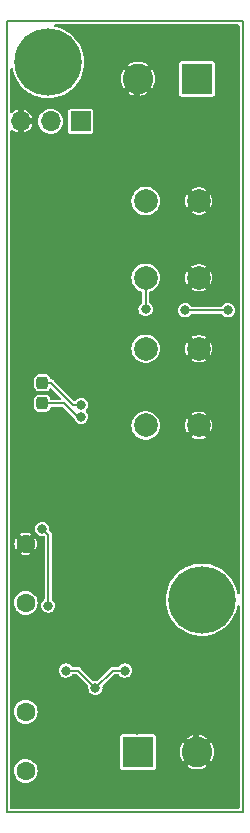
<source format=gbr>
%TF.GenerationSoftware,KiCad,Pcbnew,7.0.10*%
%TF.CreationDate,2024-02-17T17:59:33+01:00*%
%TF.ProjectId,Master_Clock,4d617374-6572-45f4-936c-6f636b2e6b69,1.1*%
%TF.SameCoordinates,Original*%
%TF.FileFunction,Copper,L1,Top*%
%TF.FilePolarity,Positive*%
%FSLAX46Y46*%
G04 Gerber Fmt 4.6, Leading zero omitted, Abs format (unit mm)*
G04 Created by KiCad (PCBNEW 7.0.10) date 2024-02-17 17:59:33*
%MOMM*%
%LPD*%
G01*
G04 APERTURE LIST*
G04 Aperture macros list*
%AMRoundRect*
0 Rectangle with rounded corners*
0 $1 Rounding radius*
0 $2 $3 $4 $5 $6 $7 $8 $9 X,Y pos of 4 corners*
0 Add a 4 corners polygon primitive as box body*
4,1,4,$2,$3,$4,$5,$6,$7,$8,$9,$2,$3,0*
0 Add four circle primitives for the rounded corners*
1,1,$1+$1,$2,$3*
1,1,$1+$1,$4,$5*
1,1,$1+$1,$6,$7*
1,1,$1+$1,$8,$9*
0 Add four rect primitives between the rounded corners*
20,1,$1+$1,$2,$3,$4,$5,0*
20,1,$1+$1,$4,$5,$6,$7,0*
20,1,$1+$1,$6,$7,$8,$9,0*
20,1,$1+$1,$8,$9,$2,$3,0*%
G04 Aperture macros list end*
%TA.AperFunction,ComponentPad*%
%ADD10R,2.600000X2.600000*%
%TD*%
%TA.AperFunction,ComponentPad*%
%ADD11C,2.600000*%
%TD*%
%TA.AperFunction,ComponentPad*%
%ADD12C,5.700000*%
%TD*%
%TA.AperFunction,ComponentPad*%
%ADD13C,2.000000*%
%TD*%
%TA.AperFunction,ComponentPad*%
%ADD14C,1.600000*%
%TD*%
%TA.AperFunction,ComponentPad*%
%ADD15R,1.700000X1.700000*%
%TD*%
%TA.AperFunction,ComponentPad*%
%ADD16O,1.700000X1.700000*%
%TD*%
%TA.AperFunction,SMDPad,CuDef*%
%ADD17RoundRect,0.237500X0.237500X-0.287500X0.237500X0.287500X-0.237500X0.287500X-0.237500X-0.287500X0*%
%TD*%
%TA.AperFunction,ViaPad*%
%ADD18C,0.800000*%
%TD*%
%TA.AperFunction,Conductor*%
%ADD19C,0.200000*%
%TD*%
%TA.AperFunction,Conductor*%
%ADD20C,0.500000*%
%TD*%
%TA.AperFunction,Profile*%
%ADD21C,0.150000*%
%TD*%
G04 APERTURE END LIST*
D10*
%TO.P,J2,1,Pin_1*%
%TO.N,/SlaveClock*%
X155100000Y-119900000D03*
D11*
%TO.P,J2,2,Pin_2*%
%TO.N,GND*%
X160100000Y-119900000D03*
%TD*%
D12*
%TO.P,H1,1*%
%TO.N,N/C*%
X147500000Y-61500000D03*
%TD*%
D13*
%TO.P,SW1,1,1*%
%TO.N,/Key1*%
X155750000Y-79750000D03*
X155750000Y-73250000D03*
%TO.P,SW1,2,2*%
%TO.N,GND*%
X160250000Y-79750000D03*
X160250000Y-73250000D03*
%TD*%
D14*
%TO.P,C5,1*%
%TO.N,Net-(C5-Pad1)*%
X145600000Y-116500000D03*
%TO.P,C5,2*%
%TO.N,/SlaveClock*%
X145600000Y-121500000D03*
%TD*%
D12*
%TO.P,H2,1*%
%TO.N,N/C*%
X160500000Y-107000000D03*
%TD*%
D15*
%TO.P,J3,1,Pin_1*%
%TO.N,+1V8*%
X150250000Y-66500000D03*
D16*
%TO.P,J3,2,Pin_2*%
%TO.N,/~{RESET}{slash}UPDI*%
X147710000Y-66500000D03*
%TO.P,J3,3,Pin_3*%
%TO.N,GND*%
X145170000Y-66500000D03*
%TD*%
D13*
%TO.P,SW2,1,1*%
%TO.N,/Key2*%
X155750000Y-92250000D03*
X155750000Y-85750000D03*
%TO.P,SW2,2,2*%
%TO.N,GND*%
X160250000Y-92250000D03*
X160250000Y-85750000D03*
%TD*%
D10*
%TO.P,J1,1,Pin_1*%
%TO.N,+BATT*%
X160100000Y-62900000D03*
D11*
%TO.P,J1,2,Pin_2*%
%TO.N,GND*%
X155100000Y-62900000D03*
%TD*%
D17*
%TO.P,D2,1,K*%
%TO.N,Net-(D2-K)*%
X147000000Y-90375000D03*
%TO.P,D2,2,A*%
%TO.N,+BATT*%
X147000000Y-88625000D03*
%TD*%
D14*
%TO.P,C4,1*%
%TO.N,+24V*%
X145600000Y-107275000D03*
%TO.P,C4,2*%
%TO.N,GND*%
X145600000Y-102275000D03*
%TD*%
D18*
%TO.N,+BATT*%
X150300000Y-90500000D03*
%TO.N,GND*%
X162500000Y-81000000D03*
X150500000Y-118000000D03*
X149412500Y-100087500D03*
X153537500Y-69500000D03*
X148500000Y-118000000D03*
X145700000Y-74500000D03*
X161000000Y-118000000D03*
X145500000Y-72500000D03*
X160500000Y-99812500D03*
X152500000Y-80800000D03*
X148750000Y-109500000D03*
X153500000Y-100000000D03*
X152500000Y-103309502D03*
X150800000Y-76900000D03*
X155500000Y-100000000D03*
X163200000Y-65500000D03*
X145900000Y-69500000D03*
X152000000Y-100000000D03*
X158000000Y-90000000D03*
X159000000Y-99812500D03*
X149200000Y-94100000D03*
X158000000Y-75500000D03*
X155000000Y-118000000D03*
X151000000Y-83000000D03*
%TO.N,+1V8*%
X154000000Y-113000000D03*
X162700000Y-82500000D03*
X151500000Y-114500000D03*
X149000000Y-113000000D03*
X159100000Y-82500000D03*
%TO.N,/Key1*%
X155750000Y-82400000D03*
%TO.N,Net-(D2-K)*%
X150300000Y-91500000D03*
%TO.N,/MinPulse*%
X147500000Y-107500000D03*
X147000000Y-101000000D03*
%TD*%
D19*
%TO.N,+BATT*%
X147725000Y-88625000D02*
X147000000Y-88625000D01*
X149600000Y-90500000D02*
X147725000Y-88625000D01*
X150300000Y-90500000D02*
X149600000Y-90500000D01*
%TO.N,GND*%
X150800000Y-76900000D02*
X154000000Y-76900000D01*
X158000000Y-90000000D02*
X154000000Y-90000000D01*
D20*
X154000000Y-94100000D02*
X154000000Y-90000000D01*
D19*
X148750000Y-109500000D02*
X153800000Y-109500000D01*
D20*
X154000000Y-94100000D02*
X154000000Y-109300000D01*
X160000000Y-115300000D02*
X160000000Y-120000000D01*
X154000000Y-76900000D02*
X154000000Y-75500000D01*
D19*
X149200000Y-94100000D02*
X154000000Y-94100000D01*
X158000000Y-75500000D02*
X154000000Y-75500000D01*
D20*
X154000000Y-90000000D02*
X154000000Y-76900000D01*
X155000000Y-71000000D02*
X155000000Y-69400000D01*
D19*
X154900000Y-69500000D02*
X155000000Y-69400000D01*
X145700000Y-74500000D02*
X154000000Y-74500000D01*
D20*
X154000000Y-75500000D02*
X154000000Y-74500000D01*
X154000000Y-109300000D02*
X160000000Y-115300000D01*
D19*
X153800000Y-109500000D02*
X154000000Y-109300000D01*
D20*
X160187500Y-99500000D02*
X154000000Y-99500000D01*
X155000000Y-69400000D02*
X155000000Y-63000000D01*
X154000000Y-72000000D02*
X155000000Y-71000000D01*
D19*
X145900000Y-69500000D02*
X154900000Y-69500000D01*
D20*
X154000000Y-74500000D02*
X154000000Y-72000000D01*
X160500000Y-99812500D02*
X160187500Y-99500000D01*
D19*
%TO.N,+1V8*%
X151500000Y-114500000D02*
X150000000Y-113000000D01*
X150000000Y-113000000D02*
X149000000Y-113000000D01*
X162700000Y-82500000D02*
X159100000Y-82500000D01*
X153000000Y-113000000D02*
X154000000Y-113000000D01*
X151500000Y-114500000D02*
X153000000Y-113000000D01*
%TO.N,/Key1*%
X155750000Y-82400000D02*
X155750000Y-79750000D01*
%TO.N,Net-(D2-K)*%
X150000000Y-91500000D02*
X150300000Y-91500000D01*
X148875000Y-90375000D02*
X150000000Y-91500000D01*
X147000000Y-90375000D02*
X148875000Y-90375000D01*
%TO.N,/MinPulse*%
X147500000Y-101500000D02*
X147500000Y-107500000D01*
X147000000Y-101000000D02*
X147500000Y-101500000D01*
%TD*%
%TA.AperFunction,Conductor*%
%TO.N,GND*%
G36*
X163658691Y-58319407D02*
G01*
X163694655Y-58368907D01*
X163699500Y-58399500D01*
X163699500Y-106445944D01*
X163680593Y-106504135D01*
X163631093Y-106540099D01*
X163569907Y-106540099D01*
X163520407Y-106504135D01*
X163502899Y-106462527D01*
X163478706Y-106320141D01*
X163478702Y-106320123D01*
X163469728Y-106288974D01*
X163383853Y-105990896D01*
X163252736Y-105674352D01*
X163252734Y-105674347D01*
X163087004Y-105374483D01*
X163087002Y-105374479D01*
X162888735Y-105095047D01*
X162723249Y-104909868D01*
X162660434Y-104839578D01*
X162660421Y-104839565D01*
X162578415Y-104766280D01*
X162404953Y-104611265D01*
X162125521Y-104412998D01*
X162125516Y-104412995D01*
X161825651Y-104247265D01*
X161825652Y-104247265D01*
X161509102Y-104116146D01*
X161179876Y-104021297D01*
X161179858Y-104021293D01*
X160842096Y-103963905D01*
X160842076Y-103963902D01*
X160500005Y-103944693D01*
X160499995Y-103944693D01*
X160157923Y-103963902D01*
X160157903Y-103963905D01*
X159820141Y-104021293D01*
X159820123Y-104021297D01*
X159490897Y-104116146D01*
X159174347Y-104247265D01*
X158874483Y-104412995D01*
X158874479Y-104412998D01*
X158595047Y-104611265D01*
X158520031Y-104678302D01*
X158339578Y-104839565D01*
X158339565Y-104839578D01*
X158178302Y-105020031D01*
X158111265Y-105095047D01*
X158111263Y-105095050D01*
X157912995Y-105374483D01*
X157747265Y-105674347D01*
X157616146Y-105990897D01*
X157521297Y-106320123D01*
X157521293Y-106320141D01*
X157463905Y-106657903D01*
X157463902Y-106657923D01*
X157444693Y-106999995D01*
X157444693Y-107000004D01*
X157463902Y-107342076D01*
X157463905Y-107342096D01*
X157521293Y-107679858D01*
X157521297Y-107679876D01*
X157616146Y-108009102D01*
X157747265Y-108325652D01*
X157912995Y-108625516D01*
X157912998Y-108625521D01*
X158111265Y-108904953D01*
X158266280Y-109078415D01*
X158339565Y-109160421D01*
X158339578Y-109160434D01*
X158409868Y-109223249D01*
X158595047Y-109388735D01*
X158874479Y-109587002D01*
X158874483Y-109587004D01*
X159174348Y-109752734D01*
X159174347Y-109752734D01*
X159174352Y-109752736D01*
X159490896Y-109883853D01*
X159820130Y-109978704D01*
X159820138Y-109978705D01*
X159820141Y-109978706D01*
X159989022Y-110007400D01*
X160157914Y-110036096D01*
X160157917Y-110036096D01*
X160157923Y-110036097D01*
X160499995Y-110055307D01*
X160500000Y-110055307D01*
X160500005Y-110055307D01*
X160842076Y-110036097D01*
X160842080Y-110036096D01*
X160842086Y-110036096D01*
X161179870Y-109978704D01*
X161509104Y-109883853D01*
X161825648Y-109752736D01*
X162125521Y-109587002D01*
X162404953Y-109388735D01*
X162660428Y-109160428D01*
X162888735Y-108904953D01*
X163087002Y-108625521D01*
X163252736Y-108325648D01*
X163383853Y-108009104D01*
X163478704Y-107679870D01*
X163500081Y-107554055D01*
X163502899Y-107537472D01*
X163531286Y-107483270D01*
X163586111Y-107456106D01*
X163646432Y-107466355D01*
X163689208Y-107510103D01*
X163699500Y-107554055D01*
X163699500Y-124600500D01*
X163680593Y-124658691D01*
X163631093Y-124694655D01*
X163600500Y-124699500D01*
X144399500Y-124699500D01*
X144341309Y-124680593D01*
X144305345Y-124631093D01*
X144300500Y-124600500D01*
X144300500Y-121500003D01*
X144594659Y-121500003D01*
X144613974Y-121696126D01*
X144613975Y-121696129D01*
X144671187Y-121884730D01*
X144671188Y-121884732D01*
X144742218Y-122017618D01*
X144764090Y-122058538D01*
X144764092Y-122058540D01*
X144764093Y-122058542D01*
X144889112Y-122210878D01*
X144889121Y-122210887D01*
X145041457Y-122335906D01*
X145041462Y-122335910D01*
X145215273Y-122428814D01*
X145403868Y-122486024D01*
X145403870Y-122486024D01*
X145403873Y-122486025D01*
X145599997Y-122505341D01*
X145600000Y-122505341D01*
X145600003Y-122505341D01*
X145796126Y-122486025D01*
X145796127Y-122486024D01*
X145796132Y-122486024D01*
X145984727Y-122428814D01*
X146158538Y-122335910D01*
X146310883Y-122210883D01*
X146435910Y-122058538D01*
X146528814Y-121884727D01*
X146586024Y-121696132D01*
X146605341Y-121500000D01*
X146605341Y-121499996D01*
X146586025Y-121303873D01*
X146586024Y-121303870D01*
X146586024Y-121303868D01*
X146560506Y-121219746D01*
X153599500Y-121219746D01*
X153599501Y-121219758D01*
X153611132Y-121278227D01*
X153611134Y-121278233D01*
X153632659Y-121310447D01*
X153655448Y-121344552D01*
X153721769Y-121388867D01*
X153766231Y-121397711D01*
X153780241Y-121400498D01*
X153780246Y-121400498D01*
X153780252Y-121400500D01*
X153780253Y-121400500D01*
X156419747Y-121400500D01*
X156419748Y-121400500D01*
X156478231Y-121388867D01*
X156544552Y-121344552D01*
X156588867Y-121278231D01*
X156600500Y-121219748D01*
X156600500Y-119900000D01*
X158645031Y-119900000D01*
X158664874Y-120139478D01*
X158723865Y-120372428D01*
X158820392Y-120592486D01*
X158912688Y-120733756D01*
X159497452Y-120148992D01*
X159507188Y-120178956D01*
X159595186Y-120317619D01*
X159714903Y-120430040D01*
X159849510Y-120504041D01*
X159265572Y-121087980D01*
X159304202Y-121118047D01*
X159304206Y-121118050D01*
X159515542Y-121232420D01*
X159742829Y-121310447D01*
X159979850Y-121350000D01*
X160220150Y-121350000D01*
X160457170Y-121310447D01*
X160684457Y-121232420D01*
X160895792Y-121118051D01*
X160895796Y-121118048D01*
X160934426Y-121087980D01*
X160347533Y-120501087D01*
X160415629Y-120474126D01*
X160548492Y-120377595D01*
X160653175Y-120251055D01*
X160701632Y-120148078D01*
X161287311Y-120733757D01*
X161379604Y-120592493D01*
X161379607Y-120592488D01*
X161476134Y-120372428D01*
X161535125Y-120139478D01*
X161554968Y-119900000D01*
X161535125Y-119660521D01*
X161476134Y-119427571D01*
X161379607Y-119207511D01*
X161379604Y-119207506D01*
X161287311Y-119066241D01*
X160702546Y-119651005D01*
X160692812Y-119621044D01*
X160604814Y-119482381D01*
X160485097Y-119369960D01*
X160350488Y-119295957D01*
X160934426Y-118712019D01*
X160934426Y-118712018D01*
X160895796Y-118681951D01*
X160895793Y-118681949D01*
X160684457Y-118567579D01*
X160457170Y-118489552D01*
X160220150Y-118450000D01*
X159979850Y-118450000D01*
X159742829Y-118489552D01*
X159515542Y-118567579D01*
X159304205Y-118681949D01*
X159265572Y-118712018D01*
X159852466Y-119298912D01*
X159784371Y-119325874D01*
X159651508Y-119422405D01*
X159546825Y-119548945D01*
X159498367Y-119651921D01*
X158912687Y-119066241D01*
X158820394Y-119207508D01*
X158820392Y-119207511D01*
X158723865Y-119427571D01*
X158664874Y-119660521D01*
X158645031Y-119900000D01*
X156600500Y-119900000D01*
X156600500Y-118580252D01*
X156588867Y-118521769D01*
X156544552Y-118455448D01*
X156536399Y-118450000D01*
X156478233Y-118411134D01*
X156478231Y-118411133D01*
X156478228Y-118411132D01*
X156478227Y-118411132D01*
X156419758Y-118399501D01*
X156419748Y-118399500D01*
X153780252Y-118399500D01*
X153780251Y-118399500D01*
X153780241Y-118399501D01*
X153721772Y-118411132D01*
X153721766Y-118411134D01*
X153655451Y-118455445D01*
X153655445Y-118455451D01*
X153611134Y-118521766D01*
X153611132Y-118521772D01*
X153599501Y-118580241D01*
X153599500Y-118580253D01*
X153599500Y-121219746D01*
X146560506Y-121219746D01*
X146528814Y-121115273D01*
X146435910Y-120941462D01*
X146435906Y-120941457D01*
X146310887Y-120789121D01*
X146310878Y-120789112D01*
X146158542Y-120664093D01*
X146158540Y-120664092D01*
X146158538Y-120664090D01*
X146024590Y-120592493D01*
X145984732Y-120571188D01*
X145984730Y-120571187D01*
X145914886Y-120550000D01*
X145796132Y-120513976D01*
X145796129Y-120513975D01*
X145796126Y-120513974D01*
X145600003Y-120494659D01*
X145599997Y-120494659D01*
X145403873Y-120513974D01*
X145403870Y-120513975D01*
X145215269Y-120571187D01*
X145215267Y-120571188D01*
X145041467Y-120664087D01*
X145041457Y-120664093D01*
X144889121Y-120789112D01*
X144889112Y-120789121D01*
X144764093Y-120941457D01*
X144764087Y-120941467D01*
X144671188Y-121115267D01*
X144671187Y-121115269D01*
X144613975Y-121303870D01*
X144613974Y-121303873D01*
X144594659Y-121499996D01*
X144594659Y-121500003D01*
X144300500Y-121500003D01*
X144300500Y-116500003D01*
X144594659Y-116500003D01*
X144613974Y-116696126D01*
X144613975Y-116696129D01*
X144671187Y-116884730D01*
X144671188Y-116884732D01*
X144742218Y-117017618D01*
X144764090Y-117058538D01*
X144764092Y-117058540D01*
X144764093Y-117058542D01*
X144889112Y-117210878D01*
X144889121Y-117210887D01*
X145041457Y-117335906D01*
X145041462Y-117335910D01*
X145215273Y-117428814D01*
X145403868Y-117486024D01*
X145403870Y-117486024D01*
X145403873Y-117486025D01*
X145599997Y-117505341D01*
X145600000Y-117505341D01*
X145600003Y-117505341D01*
X145796126Y-117486025D01*
X145796127Y-117486024D01*
X145796132Y-117486024D01*
X145984727Y-117428814D01*
X146158538Y-117335910D01*
X146310883Y-117210883D01*
X146435910Y-117058538D01*
X146528814Y-116884727D01*
X146586024Y-116696132D01*
X146605341Y-116500000D01*
X146605341Y-116499996D01*
X146586025Y-116303873D01*
X146586024Y-116303870D01*
X146586024Y-116303868D01*
X146528814Y-116115273D01*
X146435910Y-115941462D01*
X146435906Y-115941457D01*
X146310887Y-115789121D01*
X146310878Y-115789112D01*
X146158542Y-115664093D01*
X146158540Y-115664092D01*
X146158538Y-115664090D01*
X146117618Y-115642218D01*
X145984732Y-115571188D01*
X145984730Y-115571187D01*
X145796129Y-115513975D01*
X145796126Y-115513974D01*
X145600003Y-115494659D01*
X145599997Y-115494659D01*
X145403873Y-115513974D01*
X145403870Y-115513975D01*
X145215269Y-115571187D01*
X145215267Y-115571188D01*
X145041467Y-115664087D01*
X145041457Y-115664093D01*
X144889121Y-115789112D01*
X144889112Y-115789121D01*
X144764093Y-115941457D01*
X144764087Y-115941467D01*
X144671188Y-116115267D01*
X144671187Y-116115269D01*
X144613975Y-116303870D01*
X144613974Y-116303873D01*
X144594659Y-116499996D01*
X144594659Y-116500003D01*
X144300500Y-116500003D01*
X144300500Y-113000000D01*
X148394318Y-113000000D01*
X148414955Y-113156758D01*
X148414957Y-113156766D01*
X148475462Y-113302838D01*
X148475462Y-113302839D01*
X148495917Y-113329496D01*
X148571718Y-113428282D01*
X148697159Y-113524536D01*
X148843238Y-113585044D01*
X148960809Y-113600522D01*
X148999999Y-113605682D01*
X149000000Y-113605682D01*
X149000001Y-113605682D01*
X149031352Y-113601554D01*
X149156762Y-113585044D01*
X149302841Y-113524536D01*
X149428282Y-113428282D01*
X149496612Y-113339233D01*
X149547037Y-113304577D01*
X149575154Y-113300500D01*
X149834521Y-113300500D01*
X149892712Y-113319407D01*
X149904525Y-113329496D01*
X150880819Y-114305790D01*
X150908596Y-114360307D01*
X150908968Y-114388715D01*
X150894318Y-114499998D01*
X150894318Y-114500000D01*
X150914955Y-114656758D01*
X150914957Y-114656766D01*
X150975462Y-114802838D01*
X150975462Y-114802839D01*
X150975464Y-114802841D01*
X151071718Y-114928282D01*
X151197159Y-115024536D01*
X151343238Y-115085044D01*
X151460809Y-115100522D01*
X151499999Y-115105682D01*
X151500000Y-115105682D01*
X151500001Y-115105682D01*
X151531352Y-115101554D01*
X151656762Y-115085044D01*
X151802841Y-115024536D01*
X151928282Y-114928282D01*
X152024536Y-114802841D01*
X152085044Y-114656762D01*
X152105682Y-114500000D01*
X152091031Y-114388714D01*
X152102181Y-114328554D01*
X152119181Y-114305789D01*
X153095476Y-113329496D01*
X153149992Y-113301719D01*
X153165479Y-113300500D01*
X153424846Y-113300500D01*
X153483037Y-113319407D01*
X153503388Y-113339233D01*
X153571718Y-113428282D01*
X153697159Y-113524536D01*
X153843238Y-113585044D01*
X153960809Y-113600522D01*
X153999999Y-113605682D01*
X154000000Y-113605682D01*
X154000001Y-113605682D01*
X154031352Y-113601554D01*
X154156762Y-113585044D01*
X154302841Y-113524536D01*
X154428282Y-113428282D01*
X154524536Y-113302841D01*
X154585044Y-113156762D01*
X154605682Y-113000000D01*
X154585044Y-112843238D01*
X154559929Y-112782606D01*
X154524537Y-112697161D01*
X154524537Y-112697160D01*
X154428286Y-112571723D01*
X154428285Y-112571722D01*
X154428282Y-112571718D01*
X154428277Y-112571714D01*
X154428276Y-112571713D01*
X154302838Y-112475462D01*
X154156766Y-112414957D01*
X154156758Y-112414955D01*
X154000001Y-112394318D01*
X153999999Y-112394318D01*
X153843241Y-112414955D01*
X153843233Y-112414957D01*
X153697161Y-112475462D01*
X153697160Y-112475462D01*
X153571723Y-112571713D01*
X153571713Y-112571723D01*
X153503388Y-112660767D01*
X153452963Y-112695423D01*
X153424846Y-112699500D01*
X153065164Y-112699500D01*
X153051488Y-112697267D01*
X153051317Y-112698494D01*
X153042233Y-112697226D01*
X152995358Y-112699394D01*
X152990786Y-112699500D01*
X152972152Y-112699500D01*
X152972029Y-112699523D01*
X152958419Y-112701101D01*
X152930009Y-112702414D01*
X152921005Y-112706389D01*
X152899226Y-112713132D01*
X152889568Y-112714937D01*
X152889566Y-112714938D01*
X152865386Y-112729909D01*
X152853266Y-112736298D01*
X152827235Y-112747793D01*
X152827234Y-112747793D01*
X152820280Y-112754747D01*
X152802403Y-112768907D01*
X152794046Y-112774081D01*
X152776909Y-112796774D01*
X152767912Y-112807114D01*
X151694208Y-113880819D01*
X151639691Y-113908596D01*
X151611282Y-113908968D01*
X151500001Y-113894318D01*
X151499999Y-113894318D01*
X151388717Y-113908968D01*
X151328556Y-113897818D01*
X151305791Y-113880819D01*
X150258565Y-112833594D01*
X150250479Y-112822344D01*
X150249487Y-112823094D01*
X150243958Y-112815772D01*
X150209272Y-112784151D01*
X150205968Y-112780996D01*
X150192800Y-112767828D01*
X150192796Y-112767825D01*
X150192693Y-112767755D01*
X150181962Y-112759255D01*
X150160933Y-112740084D01*
X150151762Y-112736531D01*
X150131586Y-112725895D01*
X150123484Y-112720345D01*
X150123479Y-112720343D01*
X150095797Y-112713832D01*
X150082703Y-112709777D01*
X150056177Y-112699500D01*
X150056173Y-112699500D01*
X150046348Y-112699500D01*
X150023683Y-112696870D01*
X150014119Y-112694621D01*
X150014118Y-112694621D01*
X149985946Y-112698551D01*
X149972269Y-112699500D01*
X149575154Y-112699500D01*
X149516963Y-112680593D01*
X149496612Y-112660767D01*
X149428286Y-112571723D01*
X149428285Y-112571722D01*
X149428282Y-112571718D01*
X149428277Y-112571714D01*
X149428276Y-112571713D01*
X149302838Y-112475462D01*
X149156766Y-112414957D01*
X149156758Y-112414955D01*
X149000001Y-112394318D01*
X148999999Y-112394318D01*
X148843241Y-112414955D01*
X148843233Y-112414957D01*
X148697161Y-112475462D01*
X148697160Y-112475462D01*
X148571723Y-112571713D01*
X148571713Y-112571723D01*
X148475462Y-112697160D01*
X148475462Y-112697161D01*
X148414957Y-112843233D01*
X148414955Y-112843241D01*
X148394318Y-112999999D01*
X148394318Y-113000000D01*
X144300500Y-113000000D01*
X144300500Y-107275003D01*
X144594659Y-107275003D01*
X144613974Y-107471126D01*
X144613975Y-107471129D01*
X144671187Y-107659730D01*
X144671188Y-107659732D01*
X144742218Y-107792618D01*
X144764090Y-107833538D01*
X144764092Y-107833540D01*
X144764093Y-107833542D01*
X144889112Y-107985878D01*
X144889121Y-107985887D01*
X145009942Y-108085042D01*
X145041462Y-108110910D01*
X145215273Y-108203814D01*
X145403868Y-108261024D01*
X145403870Y-108261024D01*
X145403873Y-108261025D01*
X145599997Y-108280341D01*
X145600000Y-108280341D01*
X145600003Y-108280341D01*
X145796126Y-108261025D01*
X145796127Y-108261024D01*
X145796132Y-108261024D01*
X145984727Y-108203814D01*
X146158538Y-108110910D01*
X146310883Y-107985883D01*
X146435910Y-107833538D01*
X146528814Y-107659727D01*
X146586024Y-107471132D01*
X146586495Y-107466355D01*
X146605341Y-107275003D01*
X146605341Y-107274996D01*
X146586025Y-107078873D01*
X146586024Y-107078870D01*
X146586024Y-107078868D01*
X146528814Y-106890273D01*
X146435910Y-106716462D01*
X146387852Y-106657903D01*
X146310887Y-106564121D01*
X146310878Y-106564112D01*
X146158542Y-106439093D01*
X146158540Y-106439092D01*
X146158538Y-106439090D01*
X146117618Y-106417218D01*
X145984732Y-106346188D01*
X145984730Y-106346187D01*
X145796129Y-106288975D01*
X145796126Y-106288974D01*
X145600003Y-106269659D01*
X145599997Y-106269659D01*
X145403873Y-106288974D01*
X145403870Y-106288975D01*
X145215269Y-106346187D01*
X145215267Y-106346188D01*
X145041467Y-106439087D01*
X145041457Y-106439093D01*
X144889121Y-106564112D01*
X144889112Y-106564121D01*
X144764093Y-106716457D01*
X144764087Y-106716467D01*
X144671188Y-106890267D01*
X144671187Y-106890269D01*
X144613975Y-107078870D01*
X144613974Y-107078873D01*
X144594659Y-107274996D01*
X144594659Y-107275003D01*
X144300500Y-107275003D01*
X144300500Y-102275003D01*
X144645403Y-102275003D01*
X144663743Y-102461227D01*
X144663744Y-102461233D01*
X144718067Y-102640308D01*
X144774868Y-102746575D01*
X145202045Y-102319397D01*
X145214835Y-102400148D01*
X145272359Y-102513045D01*
X145361955Y-102602641D01*
X145474852Y-102660165D01*
X145555599Y-102672953D01*
X145128423Y-103100130D01*
X145234690Y-103156932D01*
X145413766Y-103211255D01*
X145413772Y-103211256D01*
X145599997Y-103229597D01*
X145600003Y-103229597D01*
X145786227Y-103211256D01*
X145786233Y-103211255D01*
X145965309Y-103156932D01*
X146071575Y-103100130D01*
X145644399Y-102672954D01*
X145725148Y-102660165D01*
X145838045Y-102602641D01*
X145927641Y-102513045D01*
X145985165Y-102400148D01*
X145997954Y-102319399D01*
X146425130Y-102746575D01*
X146481932Y-102640309D01*
X146536255Y-102461233D01*
X146536256Y-102461227D01*
X146554597Y-102275003D01*
X146554597Y-102274996D01*
X146536256Y-102088772D01*
X146536255Y-102088766D01*
X146481932Y-101909690D01*
X146425130Y-101803423D01*
X145997953Y-102230599D01*
X145985165Y-102149852D01*
X145927641Y-102036955D01*
X145838045Y-101947359D01*
X145725148Y-101889835D01*
X145644397Y-101877045D01*
X146071575Y-101449868D01*
X145965308Y-101393067D01*
X145786233Y-101338744D01*
X145786227Y-101338743D01*
X145600003Y-101320403D01*
X145599997Y-101320403D01*
X145413772Y-101338743D01*
X145413766Y-101338744D01*
X145234691Y-101393067D01*
X145234686Y-101393069D01*
X145128423Y-101449868D01*
X145555600Y-101877045D01*
X145474852Y-101889835D01*
X145361955Y-101947359D01*
X145272359Y-102036955D01*
X145214835Y-102149852D01*
X145202045Y-102230600D01*
X144774868Y-101803423D01*
X144718069Y-101909686D01*
X144718067Y-101909691D01*
X144663744Y-102088766D01*
X144663743Y-102088772D01*
X144645403Y-102274996D01*
X144645403Y-102275003D01*
X144300500Y-102275003D01*
X144300500Y-101000000D01*
X146394318Y-101000000D01*
X146414955Y-101156758D01*
X146414957Y-101156766D01*
X146475462Y-101302838D01*
X146475462Y-101302839D01*
X146566148Y-101421023D01*
X146571718Y-101428282D01*
X146571722Y-101428285D01*
X146571723Y-101428286D01*
X146601082Y-101450813D01*
X146697159Y-101524536D01*
X146697160Y-101524536D01*
X146697161Y-101524537D01*
X146840896Y-101584074D01*
X146843238Y-101585044D01*
X146960809Y-101600522D01*
X146999999Y-101605682D01*
X147000000Y-101605682D01*
X147087578Y-101594152D01*
X147147739Y-101605302D01*
X147189856Y-101649684D01*
X147199500Y-101692305D01*
X147199500Y-106924846D01*
X147180593Y-106983037D01*
X147160767Y-107003388D01*
X147071723Y-107071713D01*
X147071713Y-107071723D01*
X146975462Y-107197160D01*
X146975462Y-107197161D01*
X146914957Y-107343233D01*
X146914955Y-107343241D01*
X146894318Y-107499999D01*
X146894318Y-107500000D01*
X146914955Y-107656758D01*
X146914957Y-107656766D01*
X146975462Y-107802838D01*
X146975462Y-107802839D01*
X147071713Y-107928276D01*
X147071718Y-107928282D01*
X147197159Y-108024536D01*
X147343238Y-108085044D01*
X147460809Y-108100522D01*
X147499999Y-108105682D01*
X147500000Y-108105682D01*
X147500001Y-108105682D01*
X147531352Y-108101554D01*
X147656762Y-108085044D01*
X147802841Y-108024536D01*
X147928282Y-107928282D01*
X148024536Y-107802841D01*
X148085044Y-107656762D01*
X148105682Y-107500000D01*
X148103479Y-107483270D01*
X148085044Y-107343241D01*
X148085044Y-107343238D01*
X148024537Y-107197161D01*
X148024537Y-107197160D01*
X147928286Y-107071723D01*
X147928285Y-107071722D01*
X147928282Y-107071718D01*
X147928277Y-107071714D01*
X147928276Y-107071713D01*
X147839233Y-107003388D01*
X147804577Y-106952963D01*
X147800500Y-106924846D01*
X147800500Y-101565169D01*
X147802731Y-101551496D01*
X147801505Y-101551325D01*
X147802773Y-101542233D01*
X147800606Y-101495358D01*
X147800500Y-101490786D01*
X147800500Y-101472160D01*
X147800500Y-101472156D01*
X147800478Y-101472042D01*
X147798898Y-101458430D01*
X147797585Y-101430009D01*
X147793613Y-101421014D01*
X147786865Y-101399220D01*
X147785061Y-101389567D01*
X147770087Y-101365383D01*
X147763692Y-101353250D01*
X147752207Y-101327236D01*
X147745257Y-101320286D01*
X147731088Y-101302396D01*
X147725920Y-101294049D01*
X147725919Y-101294048D01*
X147703221Y-101276907D01*
X147692879Y-101267908D01*
X147619180Y-101194209D01*
X147591403Y-101139692D01*
X147591031Y-101111283D01*
X147605682Y-101000000D01*
X147605682Y-100999999D01*
X147585044Y-100843241D01*
X147585044Y-100843238D01*
X147524537Y-100697161D01*
X147524537Y-100697160D01*
X147428286Y-100571723D01*
X147428285Y-100571722D01*
X147428282Y-100571718D01*
X147428277Y-100571714D01*
X147428276Y-100571713D01*
X147302838Y-100475462D01*
X147156766Y-100414957D01*
X147156758Y-100414955D01*
X147000001Y-100394318D01*
X146999999Y-100394318D01*
X146843241Y-100414955D01*
X146843233Y-100414957D01*
X146697161Y-100475462D01*
X146697160Y-100475462D01*
X146571723Y-100571713D01*
X146571713Y-100571723D01*
X146475462Y-100697160D01*
X146475462Y-100697161D01*
X146414957Y-100843233D01*
X146414955Y-100843241D01*
X146394318Y-100999999D01*
X146394318Y-101000000D01*
X144300500Y-101000000D01*
X144300500Y-92250000D01*
X154544357Y-92250000D01*
X154564885Y-92471536D01*
X154574524Y-92505415D01*
X154625772Y-92685530D01*
X154717432Y-92869608D01*
X154724942Y-92884689D01*
X154859019Y-93062236D01*
X155023438Y-93212124D01*
X155212599Y-93329247D01*
X155420060Y-93409618D01*
X155638757Y-93450500D01*
X155861243Y-93450500D01*
X156079940Y-93409618D01*
X156287401Y-93329247D01*
X156476562Y-93212124D01*
X156640981Y-93062236D01*
X156775058Y-92884689D01*
X156874229Y-92685528D01*
X156935115Y-92471536D01*
X156955643Y-92250000D01*
X159095073Y-92250000D01*
X159114738Y-92462216D01*
X159173064Y-92667210D01*
X159268057Y-92857984D01*
X159268058Y-92857987D01*
X159276835Y-92869608D01*
X159724070Y-92422373D01*
X159726884Y-92435915D01*
X159796442Y-92570156D01*
X159899638Y-92680652D01*
X160028819Y-92759209D01*
X160080002Y-92773549D01*
X159632992Y-93220560D01*
X159735199Y-93283844D01*
X159735204Y-93283847D01*
X159933941Y-93360838D01*
X160143437Y-93400000D01*
X160356563Y-93400000D01*
X160566058Y-93360838D01*
X160764797Y-93283846D01*
X160764803Y-93283843D01*
X160867006Y-93220560D01*
X160421567Y-92775121D01*
X160538458Y-92724349D01*
X160655739Y-92628934D01*
X160742928Y-92505415D01*
X160773355Y-92419801D01*
X161223163Y-92869609D01*
X161231936Y-92857994D01*
X161231940Y-92857988D01*
X161326935Y-92667210D01*
X161385261Y-92462216D01*
X161404926Y-92250000D01*
X161385261Y-92037783D01*
X161326935Y-91832789D01*
X161231941Y-91642012D01*
X161231938Y-91642007D01*
X161223163Y-91630389D01*
X160775929Y-92077622D01*
X160773116Y-92064085D01*
X160703558Y-91929844D01*
X160600362Y-91819348D01*
X160471181Y-91740791D01*
X160419994Y-91726449D01*
X160867006Y-91279438D01*
X160764800Y-91216155D01*
X160764795Y-91216152D01*
X160566058Y-91139161D01*
X160356563Y-91100000D01*
X160143437Y-91100000D01*
X159933941Y-91139161D01*
X159735204Y-91216152D01*
X159735202Y-91216153D01*
X159632992Y-91279438D01*
X160078432Y-91724878D01*
X159961542Y-91775651D01*
X159844261Y-91871066D01*
X159757072Y-91994585D01*
X159726644Y-92080198D01*
X159276835Y-91630389D01*
X159268067Y-91642000D01*
X159268057Y-91642016D01*
X159173064Y-91832789D01*
X159114738Y-92037783D01*
X159095073Y-92250000D01*
X156955643Y-92250000D01*
X156935115Y-92028464D01*
X156874229Y-91814472D01*
X156775058Y-91615311D01*
X156640981Y-91437764D01*
X156476562Y-91287876D01*
X156287401Y-91170753D01*
X156079940Y-91090382D01*
X156079939Y-91090381D01*
X156079937Y-91090381D01*
X155861243Y-91049500D01*
X155638757Y-91049500D01*
X155420062Y-91090381D01*
X155395233Y-91100000D01*
X155212599Y-91170753D01*
X155037066Y-91279438D01*
X155023438Y-91287876D01*
X154859020Y-91437763D01*
X154724943Y-91615309D01*
X154724938Y-91615318D01*
X154625772Y-91814469D01*
X154625771Y-91814472D01*
X154564885Y-92028464D01*
X154544357Y-92250000D01*
X144300500Y-92250000D01*
X144300500Y-90715266D01*
X146324500Y-90715266D01*
X146327274Y-90744844D01*
X146327276Y-90744852D01*
X146370884Y-90869476D01*
X146414285Y-90928282D01*
X146449289Y-90975711D01*
X146449292Y-90975713D01*
X146449293Y-90975714D01*
X146555523Y-91054115D01*
X146555524Y-91054115D01*
X146555525Y-91054116D01*
X146680151Y-91097725D01*
X146704412Y-91100000D01*
X146709733Y-91100499D01*
X146709738Y-91100500D01*
X146709744Y-91100500D01*
X147290262Y-91100500D01*
X147290265Y-91100499D01*
X147319849Y-91097725D01*
X147444475Y-91054116D01*
X147550711Y-90975711D01*
X147629116Y-90869475D01*
X147649186Y-90812117D01*
X147673792Y-90741802D01*
X147710858Y-90693121D01*
X147767236Y-90675500D01*
X148709521Y-90675500D01*
X148767712Y-90694407D01*
X148779525Y-90704496D01*
X149690037Y-91615008D01*
X149711030Y-91651365D01*
X149712473Y-91650768D01*
X149775462Y-91802838D01*
X149775462Y-91802839D01*
X149871713Y-91928276D01*
X149871718Y-91928282D01*
X149871722Y-91928285D01*
X149871723Y-91928286D01*
X149901082Y-91950813D01*
X149997159Y-92024536D01*
X149997160Y-92024536D01*
X149997161Y-92024537D01*
X150143233Y-92085042D01*
X150143238Y-92085044D01*
X150260809Y-92100522D01*
X150299999Y-92105682D01*
X150300000Y-92105682D01*
X150300001Y-92105682D01*
X150331352Y-92101554D01*
X150456762Y-92085044D01*
X150602841Y-92024536D01*
X150728282Y-91928282D01*
X150824536Y-91802841D01*
X150885044Y-91656762D01*
X150905682Y-91500000D01*
X150885044Y-91343238D01*
X150858617Y-91279438D01*
X150824537Y-91197161D01*
X150824537Y-91197160D01*
X150728286Y-91071723D01*
X150728285Y-91071722D01*
X150728282Y-91071718D01*
X150728277Y-91071714D01*
X150726567Y-91070004D01*
X150725776Y-91068452D01*
X150724332Y-91066570D01*
X150724680Y-91066302D01*
X150698790Y-91015487D01*
X150708361Y-90955055D01*
X150726567Y-90929996D01*
X150728273Y-90928288D01*
X150728282Y-90928282D01*
X150824536Y-90802841D01*
X150885044Y-90656762D01*
X150905682Y-90500000D01*
X150885044Y-90343238D01*
X150824537Y-90197161D01*
X150824537Y-90197160D01*
X150728286Y-90071723D01*
X150728285Y-90071722D01*
X150728282Y-90071718D01*
X150728277Y-90071714D01*
X150728276Y-90071713D01*
X150602838Y-89975462D01*
X150456766Y-89914957D01*
X150456758Y-89914955D01*
X150300001Y-89894318D01*
X150299999Y-89894318D01*
X150143241Y-89914955D01*
X150143233Y-89914957D01*
X149997161Y-89975462D01*
X149997160Y-89975462D01*
X149871723Y-90071713D01*
X149871716Y-90071720D01*
X149821030Y-90137776D01*
X149770605Y-90172431D01*
X149709441Y-90170829D01*
X149672484Y-90147512D01*
X147983565Y-88458594D01*
X147975479Y-88447344D01*
X147974487Y-88448094D01*
X147968958Y-88440772D01*
X147934272Y-88409151D01*
X147930968Y-88405996D01*
X147917800Y-88392828D01*
X147917796Y-88392825D01*
X147917693Y-88392755D01*
X147906962Y-88384255D01*
X147885933Y-88365084D01*
X147876762Y-88361531D01*
X147856586Y-88350895D01*
X147848484Y-88345345D01*
X147848479Y-88345343D01*
X147820797Y-88338832D01*
X147807703Y-88334777D01*
X147781177Y-88324500D01*
X147781173Y-88324500D01*
X147771348Y-88324500D01*
X147748665Y-88321866D01*
X147744183Y-88320811D01*
X147691872Y-88289074D01*
X147673422Y-88257143D01*
X147629115Y-88130523D01*
X147550714Y-88024293D01*
X147550713Y-88024292D01*
X147550711Y-88024289D01*
X147550706Y-88024285D01*
X147444476Y-87945884D01*
X147319852Y-87902276D01*
X147319851Y-87902275D01*
X147319849Y-87902275D01*
X147319847Y-87902274D01*
X147319844Y-87902274D01*
X147290266Y-87899500D01*
X147290256Y-87899500D01*
X146709744Y-87899500D01*
X146709733Y-87899500D01*
X146680155Y-87902274D01*
X146680147Y-87902276D01*
X146555523Y-87945884D01*
X146449293Y-88024285D01*
X146449285Y-88024293D01*
X146370884Y-88130523D01*
X146327276Y-88255147D01*
X146327274Y-88255155D01*
X146324500Y-88284733D01*
X146324500Y-88965266D01*
X146327274Y-88994844D01*
X146327276Y-88994852D01*
X146370884Y-89119476D01*
X146449285Y-89225706D01*
X146449289Y-89225711D01*
X146449292Y-89225713D01*
X146449293Y-89225714D01*
X146555523Y-89304115D01*
X146555524Y-89304115D01*
X146555525Y-89304116D01*
X146680151Y-89347725D01*
X146707441Y-89350284D01*
X146709733Y-89350499D01*
X146709738Y-89350500D01*
X146709744Y-89350500D01*
X147290262Y-89350500D01*
X147290265Y-89350499D01*
X147319849Y-89347725D01*
X147444475Y-89304116D01*
X147550711Y-89225711D01*
X147629116Y-89119475D01*
X147629116Y-89119472D01*
X147631031Y-89116879D01*
X147680799Y-89081286D01*
X147741982Y-89081743D01*
X147780691Y-89105662D01*
X148580525Y-89905496D01*
X148608302Y-89960013D01*
X148598731Y-90020445D01*
X148555466Y-90063710D01*
X148510521Y-90074500D01*
X147767236Y-90074500D01*
X147709045Y-90055593D01*
X147673792Y-90008198D01*
X147629115Y-89880523D01*
X147550714Y-89774293D01*
X147550713Y-89774292D01*
X147550711Y-89774289D01*
X147550706Y-89774285D01*
X147444476Y-89695884D01*
X147319852Y-89652276D01*
X147319851Y-89652275D01*
X147319849Y-89652275D01*
X147319847Y-89652274D01*
X147319844Y-89652274D01*
X147290266Y-89649500D01*
X147290256Y-89649500D01*
X146709744Y-89649500D01*
X146709733Y-89649500D01*
X146680155Y-89652274D01*
X146680147Y-89652276D01*
X146555523Y-89695884D01*
X146449293Y-89774285D01*
X146449285Y-89774293D01*
X146370884Y-89880523D01*
X146327276Y-90005147D01*
X146327274Y-90005155D01*
X146324500Y-90034733D01*
X146324500Y-90715266D01*
X144300500Y-90715266D01*
X144300500Y-85750000D01*
X154544357Y-85750000D01*
X154564885Y-85971536D01*
X154574524Y-86005415D01*
X154625772Y-86185530D01*
X154717432Y-86369608D01*
X154724942Y-86384689D01*
X154859019Y-86562236D01*
X155023438Y-86712124D01*
X155212599Y-86829247D01*
X155420060Y-86909618D01*
X155638757Y-86950500D01*
X155861243Y-86950500D01*
X156079940Y-86909618D01*
X156287401Y-86829247D01*
X156476562Y-86712124D01*
X156640981Y-86562236D01*
X156775058Y-86384689D01*
X156874229Y-86185528D01*
X156935115Y-85971536D01*
X156955643Y-85750000D01*
X159095073Y-85750000D01*
X159114738Y-85962216D01*
X159173064Y-86167210D01*
X159268057Y-86357984D01*
X159268058Y-86357987D01*
X159276835Y-86369608D01*
X159724070Y-85922373D01*
X159726884Y-85935915D01*
X159796442Y-86070156D01*
X159899638Y-86180652D01*
X160028819Y-86259209D01*
X160080002Y-86273549D01*
X159632992Y-86720560D01*
X159735199Y-86783844D01*
X159735204Y-86783847D01*
X159933941Y-86860838D01*
X160143437Y-86900000D01*
X160356563Y-86900000D01*
X160566058Y-86860838D01*
X160764797Y-86783846D01*
X160764803Y-86783843D01*
X160867006Y-86720560D01*
X160421567Y-86275121D01*
X160538458Y-86224349D01*
X160655739Y-86128934D01*
X160742928Y-86005415D01*
X160773355Y-85919801D01*
X161223163Y-86369609D01*
X161231936Y-86357994D01*
X161231940Y-86357988D01*
X161326935Y-86167210D01*
X161385261Y-85962216D01*
X161404926Y-85750000D01*
X161385261Y-85537783D01*
X161326935Y-85332789D01*
X161231941Y-85142012D01*
X161231938Y-85142007D01*
X161223163Y-85130389D01*
X160775929Y-85577622D01*
X160773116Y-85564085D01*
X160703558Y-85429844D01*
X160600362Y-85319348D01*
X160471181Y-85240791D01*
X160419994Y-85226449D01*
X160867006Y-84779438D01*
X160764800Y-84716155D01*
X160764795Y-84716152D01*
X160566058Y-84639161D01*
X160356563Y-84600000D01*
X160143437Y-84600000D01*
X159933941Y-84639161D01*
X159735204Y-84716152D01*
X159735202Y-84716153D01*
X159632992Y-84779438D01*
X160078432Y-85224878D01*
X159961542Y-85275651D01*
X159844261Y-85371066D01*
X159757072Y-85494585D01*
X159726644Y-85580198D01*
X159276835Y-85130389D01*
X159268067Y-85142000D01*
X159268057Y-85142016D01*
X159173064Y-85332789D01*
X159114738Y-85537783D01*
X159095073Y-85750000D01*
X156955643Y-85750000D01*
X156935115Y-85528464D01*
X156874229Y-85314472D01*
X156775058Y-85115311D01*
X156640981Y-84937764D01*
X156476562Y-84787876D01*
X156287401Y-84670753D01*
X156079940Y-84590382D01*
X156079939Y-84590381D01*
X156079937Y-84590381D01*
X155861243Y-84549500D01*
X155638757Y-84549500D01*
X155420062Y-84590381D01*
X155395233Y-84600000D01*
X155212599Y-84670753D01*
X155037066Y-84779438D01*
X155023438Y-84787876D01*
X154859020Y-84937763D01*
X154724943Y-85115309D01*
X154724938Y-85115318D01*
X154625772Y-85314469D01*
X154625771Y-85314472D01*
X154564885Y-85528464D01*
X154544357Y-85750000D01*
X144300500Y-85750000D01*
X144300500Y-79750000D01*
X154544357Y-79750000D01*
X154564885Y-79971536D01*
X154574524Y-80005415D01*
X154625772Y-80185530D01*
X154717432Y-80369608D01*
X154724942Y-80384689D01*
X154859019Y-80562236D01*
X155023438Y-80712124D01*
X155212599Y-80829247D01*
X155386265Y-80896525D01*
X155433694Y-80935176D01*
X155449500Y-80988839D01*
X155449500Y-81824846D01*
X155430593Y-81883037D01*
X155410767Y-81903388D01*
X155321723Y-81971713D01*
X155321713Y-81971723D01*
X155225462Y-82097160D01*
X155225462Y-82097161D01*
X155164957Y-82243233D01*
X155164955Y-82243241D01*
X155144318Y-82399999D01*
X155144318Y-82400000D01*
X155164955Y-82556758D01*
X155164957Y-82556766D01*
X155225462Y-82702838D01*
X155225462Y-82702839D01*
X155314908Y-82819407D01*
X155321718Y-82828282D01*
X155447159Y-82924536D01*
X155447160Y-82924536D01*
X155447161Y-82924537D01*
X155456212Y-82928286D01*
X155593238Y-82985044D01*
X155710809Y-83000522D01*
X155749999Y-83005682D01*
X155750000Y-83005682D01*
X155750001Y-83005682D01*
X155781352Y-83001554D01*
X155906762Y-82985044D01*
X156052841Y-82924536D01*
X156178282Y-82828282D01*
X156274536Y-82702841D01*
X156335044Y-82556762D01*
X156342517Y-82500000D01*
X158494318Y-82500000D01*
X158514955Y-82656758D01*
X158514957Y-82656766D01*
X158575462Y-82802838D01*
X158575462Y-82802839D01*
X158668844Y-82924537D01*
X158671718Y-82928282D01*
X158797159Y-83024536D01*
X158943238Y-83085044D01*
X159060809Y-83100522D01*
X159099999Y-83105682D01*
X159100000Y-83105682D01*
X159100001Y-83105682D01*
X159131352Y-83101554D01*
X159256762Y-83085044D01*
X159402841Y-83024536D01*
X159528282Y-82928282D01*
X159596612Y-82839233D01*
X159647037Y-82804577D01*
X159675154Y-82800500D01*
X162124846Y-82800500D01*
X162183037Y-82819407D01*
X162203388Y-82839233D01*
X162268844Y-82924537D01*
X162271718Y-82928282D01*
X162397159Y-83024536D01*
X162543238Y-83085044D01*
X162660809Y-83100522D01*
X162699999Y-83105682D01*
X162700000Y-83105682D01*
X162700001Y-83105682D01*
X162731352Y-83101554D01*
X162856762Y-83085044D01*
X163002841Y-83024536D01*
X163128282Y-82928282D01*
X163224536Y-82802841D01*
X163285044Y-82656762D01*
X163305682Y-82500000D01*
X163285044Y-82343238D01*
X163224537Y-82197161D01*
X163224537Y-82197160D01*
X163128286Y-82071723D01*
X163128285Y-82071722D01*
X163128282Y-82071718D01*
X163128277Y-82071714D01*
X163128276Y-82071713D01*
X163002838Y-81975462D01*
X162856766Y-81914957D01*
X162856758Y-81914955D01*
X162700001Y-81894318D01*
X162699999Y-81894318D01*
X162543241Y-81914955D01*
X162543233Y-81914957D01*
X162397161Y-81975462D01*
X162397160Y-81975462D01*
X162271723Y-82071713D01*
X162271713Y-82071723D01*
X162203388Y-82160767D01*
X162152963Y-82195423D01*
X162124846Y-82199500D01*
X159675154Y-82199500D01*
X159616963Y-82180593D01*
X159596612Y-82160767D01*
X159528286Y-82071723D01*
X159528285Y-82071722D01*
X159528282Y-82071718D01*
X159528277Y-82071714D01*
X159528276Y-82071713D01*
X159402838Y-81975462D01*
X159256766Y-81914957D01*
X159256758Y-81914955D01*
X159100001Y-81894318D01*
X159099999Y-81894318D01*
X158943241Y-81914955D01*
X158943233Y-81914957D01*
X158797161Y-81975462D01*
X158797160Y-81975462D01*
X158671723Y-82071713D01*
X158671713Y-82071723D01*
X158575462Y-82197160D01*
X158575462Y-82197161D01*
X158514957Y-82343233D01*
X158514955Y-82343241D01*
X158494318Y-82499999D01*
X158494318Y-82500000D01*
X156342517Y-82500000D01*
X156355682Y-82400000D01*
X156335044Y-82243238D01*
X156315958Y-82197160D01*
X156274537Y-82097161D01*
X156274537Y-82097160D01*
X156178286Y-81971723D01*
X156178285Y-81971722D01*
X156178282Y-81971718D01*
X156178277Y-81971714D01*
X156178276Y-81971713D01*
X156089233Y-81903388D01*
X156054577Y-81852963D01*
X156050500Y-81824846D01*
X156050500Y-80988839D01*
X156069407Y-80930648D01*
X156113734Y-80896525D01*
X156287401Y-80829247D01*
X156476562Y-80712124D01*
X156640981Y-80562236D01*
X156775058Y-80384689D01*
X156874229Y-80185528D01*
X156935115Y-79971536D01*
X156955643Y-79750000D01*
X159095073Y-79750000D01*
X159114738Y-79962216D01*
X159173064Y-80167210D01*
X159268057Y-80357984D01*
X159268058Y-80357987D01*
X159276835Y-80369608D01*
X159724070Y-79922373D01*
X159726884Y-79935915D01*
X159796442Y-80070156D01*
X159899638Y-80180652D01*
X160028819Y-80259209D01*
X160080002Y-80273549D01*
X159632992Y-80720560D01*
X159735199Y-80783844D01*
X159735204Y-80783847D01*
X159933941Y-80860838D01*
X160143437Y-80900000D01*
X160356563Y-80900000D01*
X160566058Y-80860838D01*
X160764797Y-80783846D01*
X160764803Y-80783843D01*
X160867006Y-80720560D01*
X160421567Y-80275121D01*
X160538458Y-80224349D01*
X160655739Y-80128934D01*
X160742928Y-80005415D01*
X160773355Y-79919801D01*
X161223163Y-80369609D01*
X161231936Y-80357994D01*
X161231940Y-80357988D01*
X161326935Y-80167210D01*
X161385261Y-79962216D01*
X161404926Y-79750000D01*
X161385261Y-79537783D01*
X161326935Y-79332789D01*
X161231941Y-79142012D01*
X161231938Y-79142007D01*
X161223163Y-79130389D01*
X160775929Y-79577622D01*
X160773116Y-79564085D01*
X160703558Y-79429844D01*
X160600362Y-79319348D01*
X160471181Y-79240791D01*
X160419994Y-79226449D01*
X160867006Y-78779438D01*
X160764800Y-78716155D01*
X160764795Y-78716152D01*
X160566058Y-78639161D01*
X160356563Y-78600000D01*
X160143437Y-78600000D01*
X159933941Y-78639161D01*
X159735204Y-78716152D01*
X159735202Y-78716153D01*
X159632992Y-78779438D01*
X160078432Y-79224878D01*
X159961542Y-79275651D01*
X159844261Y-79371066D01*
X159757072Y-79494585D01*
X159726644Y-79580198D01*
X159276835Y-79130389D01*
X159268067Y-79142000D01*
X159268057Y-79142016D01*
X159173064Y-79332789D01*
X159114738Y-79537783D01*
X159095073Y-79750000D01*
X156955643Y-79750000D01*
X156935115Y-79528464D01*
X156874229Y-79314472D01*
X156775058Y-79115311D01*
X156640981Y-78937764D01*
X156476562Y-78787876D01*
X156287401Y-78670753D01*
X156079940Y-78590382D01*
X156079939Y-78590381D01*
X156079937Y-78590381D01*
X155861243Y-78549500D01*
X155638757Y-78549500D01*
X155420062Y-78590381D01*
X155395233Y-78600000D01*
X155212599Y-78670753D01*
X155037066Y-78779438D01*
X155023438Y-78787876D01*
X154859020Y-78937763D01*
X154724943Y-79115309D01*
X154724938Y-79115318D01*
X154625772Y-79314469D01*
X154625771Y-79314472D01*
X154564885Y-79528464D01*
X154544357Y-79750000D01*
X144300500Y-79750000D01*
X144300500Y-73250000D01*
X154544357Y-73250000D01*
X154564885Y-73471536D01*
X154574524Y-73505415D01*
X154625772Y-73685530D01*
X154717432Y-73869608D01*
X154724942Y-73884689D01*
X154859019Y-74062236D01*
X155023438Y-74212124D01*
X155212599Y-74329247D01*
X155420060Y-74409618D01*
X155638757Y-74450500D01*
X155861243Y-74450500D01*
X156079940Y-74409618D01*
X156287401Y-74329247D01*
X156476562Y-74212124D01*
X156640981Y-74062236D01*
X156775058Y-73884689D01*
X156874229Y-73685528D01*
X156935115Y-73471536D01*
X156955643Y-73250000D01*
X159095073Y-73250000D01*
X159114738Y-73462216D01*
X159173064Y-73667210D01*
X159268057Y-73857984D01*
X159268058Y-73857987D01*
X159276835Y-73869608D01*
X159724070Y-73422373D01*
X159726884Y-73435915D01*
X159796442Y-73570156D01*
X159899638Y-73680652D01*
X160028819Y-73759209D01*
X160080002Y-73773549D01*
X159632992Y-74220560D01*
X159735199Y-74283844D01*
X159735204Y-74283847D01*
X159933941Y-74360838D01*
X160143437Y-74400000D01*
X160356563Y-74400000D01*
X160566058Y-74360838D01*
X160764797Y-74283846D01*
X160764803Y-74283843D01*
X160867006Y-74220560D01*
X160421567Y-73775121D01*
X160538458Y-73724349D01*
X160655739Y-73628934D01*
X160742928Y-73505415D01*
X160773355Y-73419801D01*
X161223163Y-73869609D01*
X161231936Y-73857994D01*
X161231940Y-73857988D01*
X161326935Y-73667210D01*
X161385261Y-73462216D01*
X161404926Y-73250000D01*
X161385261Y-73037783D01*
X161326935Y-72832789D01*
X161231941Y-72642012D01*
X161231938Y-72642007D01*
X161223163Y-72630389D01*
X160775929Y-73077622D01*
X160773116Y-73064085D01*
X160703558Y-72929844D01*
X160600362Y-72819348D01*
X160471181Y-72740791D01*
X160419994Y-72726449D01*
X160867006Y-72279438D01*
X160764800Y-72216155D01*
X160764795Y-72216152D01*
X160566058Y-72139161D01*
X160356563Y-72100000D01*
X160143437Y-72100000D01*
X159933941Y-72139161D01*
X159735204Y-72216152D01*
X159735202Y-72216153D01*
X159632992Y-72279438D01*
X160078432Y-72724878D01*
X159961542Y-72775651D01*
X159844261Y-72871066D01*
X159757072Y-72994585D01*
X159726644Y-73080198D01*
X159276835Y-72630389D01*
X159268067Y-72642000D01*
X159268057Y-72642016D01*
X159173064Y-72832789D01*
X159114738Y-73037783D01*
X159095073Y-73250000D01*
X156955643Y-73250000D01*
X156935115Y-73028464D01*
X156874229Y-72814472D01*
X156775058Y-72615311D01*
X156640981Y-72437764D01*
X156476562Y-72287876D01*
X156287401Y-72170753D01*
X156079940Y-72090382D01*
X156079939Y-72090381D01*
X156079937Y-72090381D01*
X155861243Y-72049500D01*
X155638757Y-72049500D01*
X155420062Y-72090381D01*
X155395233Y-72100000D01*
X155212599Y-72170753D01*
X155037066Y-72279438D01*
X155023438Y-72287876D01*
X154859020Y-72437763D01*
X154724943Y-72615309D01*
X154724938Y-72615318D01*
X154625772Y-72814469D01*
X154625771Y-72814472D01*
X154564885Y-73028464D01*
X154544357Y-73250000D01*
X144300500Y-73250000D01*
X144300500Y-67289380D01*
X144319407Y-67231189D01*
X144368907Y-67195225D01*
X144430093Y-67195225D01*
X144462306Y-67212852D01*
X144611747Y-67335497D01*
X144785459Y-67428347D01*
X144785464Y-67428349D01*
X144919999Y-67469160D01*
X144920000Y-67469160D01*
X144920000Y-66935501D01*
X145027685Y-66984680D01*
X145134237Y-67000000D01*
X145205763Y-67000000D01*
X145312315Y-66984680D01*
X145420000Y-66935501D01*
X145420000Y-67469160D01*
X145554535Y-67428349D01*
X145554540Y-67428347D01*
X145728252Y-67335497D01*
X145728258Y-67335493D01*
X145880523Y-67210531D01*
X145880531Y-67210523D01*
X146005493Y-67058258D01*
X146005497Y-67058252D01*
X146098347Y-66884540D01*
X146098348Y-66884538D01*
X146139161Y-66750000D01*
X145603686Y-66750000D01*
X145629493Y-66709844D01*
X145670000Y-66571889D01*
X145670000Y-66500003D01*
X146654417Y-66500003D01*
X146674698Y-66705929D01*
X146674699Y-66705934D01*
X146734768Y-66903954D01*
X146832316Y-67086452D01*
X146963585Y-67246404D01*
X146963590Y-67246410D01*
X146963595Y-67246414D01*
X147123547Y-67377683D01*
X147123548Y-67377683D01*
X147123550Y-67377685D01*
X147306046Y-67475232D01*
X147443997Y-67517078D01*
X147504065Y-67535300D01*
X147504070Y-67535301D01*
X147709997Y-67555583D01*
X147710000Y-67555583D01*
X147710003Y-67555583D01*
X147915929Y-67535301D01*
X147915934Y-67535300D01*
X148113954Y-67475232D01*
X148296450Y-67377685D01*
X148306124Y-67369746D01*
X149199500Y-67369746D01*
X149199501Y-67369758D01*
X149211132Y-67428227D01*
X149211134Y-67428233D01*
X149255445Y-67494548D01*
X149255448Y-67494552D01*
X149321769Y-67538867D01*
X149366231Y-67547711D01*
X149380241Y-67550498D01*
X149380246Y-67550498D01*
X149380252Y-67550500D01*
X149380253Y-67550500D01*
X151119747Y-67550500D01*
X151119748Y-67550500D01*
X151178231Y-67538867D01*
X151244552Y-67494552D01*
X151288867Y-67428231D01*
X151300500Y-67369748D01*
X151300500Y-65630252D01*
X151298921Y-65622316D01*
X151297711Y-65616231D01*
X151288867Y-65571769D01*
X151244552Y-65505448D01*
X151244548Y-65505445D01*
X151178233Y-65461134D01*
X151178231Y-65461133D01*
X151178228Y-65461132D01*
X151178227Y-65461132D01*
X151119758Y-65449501D01*
X151119748Y-65449500D01*
X149380252Y-65449500D01*
X149380251Y-65449500D01*
X149380241Y-65449501D01*
X149321772Y-65461132D01*
X149321766Y-65461134D01*
X149255451Y-65505445D01*
X149255445Y-65505451D01*
X149211134Y-65571766D01*
X149211132Y-65571772D01*
X149199501Y-65630241D01*
X149199500Y-65630253D01*
X149199500Y-67369746D01*
X148306124Y-67369746D01*
X148456410Y-67246410D01*
X148587685Y-67086450D01*
X148685232Y-66903954D01*
X148745300Y-66705934D01*
X148745301Y-66705929D01*
X148765583Y-66500003D01*
X148765583Y-66499996D01*
X148745301Y-66294070D01*
X148745300Y-66294065D01*
X148691121Y-66115461D01*
X148685232Y-66096046D01*
X148587685Y-65913550D01*
X148456410Y-65753590D01*
X148448017Y-65746702D01*
X148296452Y-65622316D01*
X148113954Y-65524768D01*
X147915934Y-65464699D01*
X147915929Y-65464698D01*
X147710003Y-65444417D01*
X147709997Y-65444417D01*
X147504070Y-65464698D01*
X147504065Y-65464699D01*
X147306045Y-65524768D01*
X147123547Y-65622316D01*
X146963595Y-65753585D01*
X146963585Y-65753595D01*
X146832316Y-65913547D01*
X146734768Y-66096045D01*
X146674699Y-66294065D01*
X146674698Y-66294070D01*
X146654417Y-66499996D01*
X146654417Y-66500003D01*
X145670000Y-66500003D01*
X145670000Y-66428111D01*
X145629493Y-66290156D01*
X145603686Y-66250000D01*
X146139161Y-66250000D01*
X146098348Y-66115461D01*
X146098347Y-66115459D01*
X146005497Y-65941747D01*
X146005493Y-65941741D01*
X145880531Y-65789476D01*
X145880523Y-65789468D01*
X145728258Y-65664506D01*
X145728252Y-65664502D01*
X145554540Y-65571652D01*
X145554538Y-65571651D01*
X145420000Y-65530838D01*
X145420000Y-66064498D01*
X145312315Y-66015320D01*
X145205763Y-66000000D01*
X145134237Y-66000000D01*
X145027685Y-66015320D01*
X144920000Y-66064498D01*
X144920000Y-65530838D01*
X144785461Y-65571651D01*
X144785459Y-65571652D01*
X144611747Y-65664502D01*
X144611741Y-65664506D01*
X144462305Y-65787147D01*
X144405329Y-65809447D01*
X144346126Y-65793999D01*
X144307310Y-65746702D01*
X144300500Y-65710619D01*
X144300500Y-62054055D01*
X144319407Y-61995864D01*
X144368907Y-61959900D01*
X144430093Y-61959900D01*
X144479593Y-61995864D01*
X144497101Y-62037472D01*
X144521293Y-62179858D01*
X144521297Y-62179876D01*
X144616146Y-62509102D01*
X144747265Y-62825652D01*
X144856207Y-63022766D01*
X144912998Y-63125521D01*
X145111265Y-63404953D01*
X145266280Y-63578415D01*
X145339565Y-63660421D01*
X145339578Y-63660434D01*
X145409868Y-63723249D01*
X145595047Y-63888735D01*
X145874479Y-64087002D01*
X145930656Y-64118050D01*
X146174348Y-64252734D01*
X146174347Y-64252734D01*
X146174352Y-64252736D01*
X146490896Y-64383853D01*
X146820130Y-64478704D01*
X146820138Y-64478705D01*
X146820141Y-64478706D01*
X146989022Y-64507400D01*
X147157914Y-64536096D01*
X147157917Y-64536096D01*
X147157923Y-64536097D01*
X147499995Y-64555307D01*
X147500000Y-64555307D01*
X147500005Y-64555307D01*
X147842076Y-64536097D01*
X147842080Y-64536096D01*
X147842086Y-64536096D01*
X148179870Y-64478704D01*
X148509104Y-64383853D01*
X148825648Y-64252736D01*
X149125521Y-64087002D01*
X149404953Y-63888735D01*
X149660428Y-63660428D01*
X149888735Y-63404953D01*
X150087002Y-63125521D01*
X150211643Y-62900000D01*
X153645031Y-62900000D01*
X153664874Y-63139478D01*
X153723865Y-63372428D01*
X153820392Y-63592486D01*
X153912688Y-63733756D01*
X154497452Y-63148992D01*
X154507188Y-63178956D01*
X154595186Y-63317619D01*
X154714903Y-63430040D01*
X154849510Y-63504041D01*
X154265572Y-64087980D01*
X154304202Y-64118047D01*
X154304206Y-64118050D01*
X154515542Y-64232420D01*
X154742829Y-64310447D01*
X154979850Y-64350000D01*
X155220150Y-64350000D01*
X155457170Y-64310447D01*
X155684457Y-64232420D01*
X155707876Y-64219746D01*
X158599500Y-64219746D01*
X158599501Y-64219758D01*
X158611132Y-64278227D01*
X158611133Y-64278231D01*
X158655448Y-64344552D01*
X158721769Y-64388867D01*
X158766231Y-64397711D01*
X158780241Y-64400498D01*
X158780246Y-64400498D01*
X158780252Y-64400500D01*
X158780253Y-64400500D01*
X161419747Y-64400500D01*
X161419748Y-64400500D01*
X161478231Y-64388867D01*
X161544552Y-64344552D01*
X161588867Y-64278231D01*
X161600500Y-64219748D01*
X161600500Y-61580252D01*
X161588867Y-61521769D01*
X161544552Y-61455448D01*
X161536399Y-61450000D01*
X161478233Y-61411134D01*
X161478231Y-61411133D01*
X161478228Y-61411132D01*
X161478227Y-61411132D01*
X161419758Y-61399501D01*
X161419748Y-61399500D01*
X158780252Y-61399500D01*
X158780251Y-61399500D01*
X158780241Y-61399501D01*
X158721772Y-61411132D01*
X158721766Y-61411134D01*
X158655451Y-61455445D01*
X158655445Y-61455451D01*
X158611134Y-61521766D01*
X158611132Y-61521772D01*
X158599501Y-61580241D01*
X158599500Y-61580253D01*
X158599500Y-64219746D01*
X155707876Y-64219746D01*
X155895792Y-64118051D01*
X155895796Y-64118048D01*
X155934426Y-64087980D01*
X155347533Y-63501087D01*
X155415629Y-63474126D01*
X155548492Y-63377595D01*
X155653175Y-63251055D01*
X155701632Y-63148078D01*
X156287311Y-63733757D01*
X156379604Y-63592493D01*
X156379607Y-63592488D01*
X156476134Y-63372428D01*
X156535125Y-63139478D01*
X156554968Y-62900000D01*
X156535125Y-62660521D01*
X156476134Y-62427571D01*
X156379607Y-62207511D01*
X156379604Y-62207506D01*
X156287311Y-62066241D01*
X155702546Y-62651005D01*
X155692812Y-62621044D01*
X155604814Y-62482381D01*
X155485097Y-62369960D01*
X155350488Y-62295957D01*
X155934426Y-61712019D01*
X155934426Y-61712018D01*
X155895796Y-61681951D01*
X155895793Y-61681949D01*
X155684457Y-61567579D01*
X155457170Y-61489552D01*
X155220150Y-61450000D01*
X154979850Y-61450000D01*
X154742829Y-61489552D01*
X154515542Y-61567579D01*
X154304205Y-61681949D01*
X154265572Y-61712018D01*
X154852466Y-62298912D01*
X154784371Y-62325874D01*
X154651508Y-62422405D01*
X154546825Y-62548945D01*
X154498367Y-62651921D01*
X153912687Y-62066241D01*
X153820394Y-62207508D01*
X153820392Y-62207511D01*
X153723865Y-62427571D01*
X153664874Y-62660521D01*
X153645031Y-62900000D01*
X150211643Y-62900000D01*
X150252736Y-62825648D01*
X150383853Y-62509104D01*
X150478704Y-62179870D01*
X150536096Y-61842086D01*
X150543401Y-61712019D01*
X150555307Y-61500004D01*
X150555307Y-61499995D01*
X150536097Y-61157923D01*
X150536094Y-61157903D01*
X150478706Y-60820141D01*
X150478702Y-60820123D01*
X150383853Y-60490897D01*
X150252734Y-60174347D01*
X150087004Y-59874483D01*
X150087002Y-59874479D01*
X149888735Y-59595047D01*
X149723249Y-59409868D01*
X149660434Y-59339578D01*
X149660421Y-59339565D01*
X149578415Y-59266280D01*
X149404953Y-59111265D01*
X149125521Y-58912998D01*
X149125516Y-58912995D01*
X148825651Y-58747265D01*
X148825652Y-58747265D01*
X148509102Y-58616146D01*
X148179876Y-58521297D01*
X148179858Y-58521293D01*
X148037472Y-58497101D01*
X147983270Y-58468714D01*
X147956106Y-58413889D01*
X147966355Y-58353568D01*
X148010103Y-58310792D01*
X148054055Y-58300500D01*
X163600500Y-58300500D01*
X163658691Y-58319407D01*
G37*
%TD.AperFunction*%
%TD*%
D21*
X144000000Y-58000000D02*
X164000000Y-58000000D01*
X164000000Y-125000000D01*
X144000000Y-125000000D01*
X144000000Y-58000000D01*
M02*

</source>
